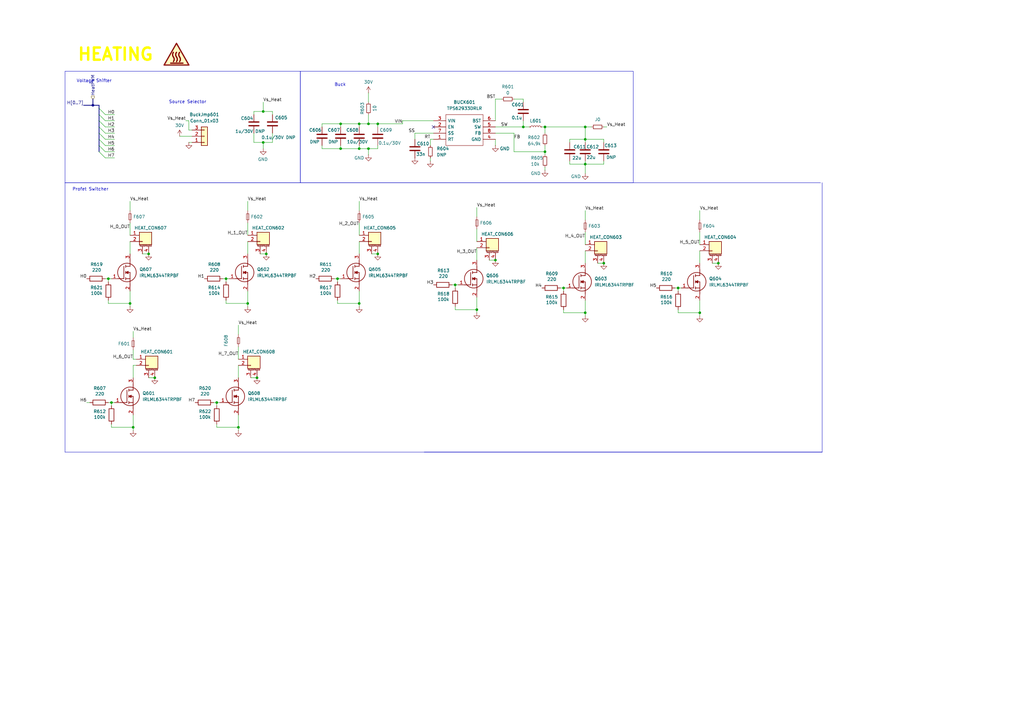
<source format=kicad_sch>
(kicad_sch (version 20231120) (generator "eeschema") (generator_version "8.0")
  (paper "A3")
  (junction (at 139.7 50.8))
  (junction (at 287.02 128.27))
  (junction (at 151.13 50.8))
  (junction (at 45.72 165.1))
  (junction (at 44.45 114.3))
  (junction (at 139.7 60.96))
  (junction (at 240.03 128.27))
  (junction (at 109.22 104.14))
  (junction (at 294.64 107.95))
  (junction (at 54.61 175.26))
  (junction (at 147.32 124.46))
  (junction (at 63.5 154.94))
  (junction (at 247.65 107.95))
  (junction (at 154.94 104.14))
  (junction (at 92.71 114.3))
  (junction (at 147.32 50.8))
  (junction (at 97.79 175.26))
  (junction (at 53.34 124.46))
  (junction (at 240.03 52.07))
  (junction (at 278.13 118.11))
  (junction (at 138.43 114.3))
  (junction (at 240.03 57.15))
  (junction (at 195.58 127))
  (junction (at 88.9 165.1))
  (junction (at 38.1 43.18))
  (junction (at 107.95 58.42))
  (junction (at 107.95 45.72))
  (junction (at 223.52 62.23))
  (junction (at 60.96 104.14))
  (junction (at 147.32 60.96))
  (junction (at 154.94 50.8))
  (junction (at 223.52 52.07))
  (junction (at 105.41 154.94))
  (junction (at 203.2 106.68))
  (junction (at 186.69 116.84))
  (junction (at 214.63 52.07))
  (junction (at 240.03 67.31))
  (junction (at 101.6 124.46))
  (junction (at 231.14 118.11))
  (junction (at 151.13 60.96))
  (no_connect (at 177.8 52.07))
  (bus_entry (at 43.18 52.07) (size -2.54 -2.54))
  (bus_entry (at 43.18 57.15) (size -2.54 -2.54))
  (bus_entry (at 43.18 59.69) (size -2.54 -2.54))
  (bus_entry (at 40.64 44.45) (size 2.54 2.54))
  (bus_entry (at 43.18 49.53) (size -2.54 -2.54))
  (bus_entry (at 43.18 64.77) (size -2.54 -2.54))
  (bus_entry (at 43.18 62.23) (size -2.54 -2.54))
  (bus_entry (at 43.18 54.61) (size -2.54 -2.54))
  (wire (pts (xy 63.5 154.94) (xy 60.96 154.94)))
  (wire (pts (xy 210.82 54.61) (xy 210.82 62.23)))
  (wire (pts (xy 147.32 59.69) (xy 147.32 60.96)))
  (wire (pts (xy 97.79 170.18) (xy 97.79 175.26)))
  (wire (pts (xy 78.74 55.88) (xy 73.66 55.88)))
  (wire (pts (xy 195.58 88.9) (xy 195.58 85.09)))
  (wire (pts (xy 107.95 58.42) (xy 104.14 58.42)))
  (wire (pts (xy 278.13 127) (xy 278.13 128.27)))
  (wire (pts (xy 276.86 118.11) (xy 278.13 118.11)))
  (wire (pts (xy 35.56 165.1) (xy 36.83 165.1)))
  (wire (pts (xy 229.87 118.11) (xy 231.14 118.11)))
  (wire (pts (xy 195.58 121.92) (xy 195.58 127)))
  (wire (pts (xy 231.14 118.11) (xy 232.41 118.11)))
  (wire (pts (xy 53.34 86.36) (xy 53.34 82.55)))
  (wire (pts (xy 240.03 123.19) (xy 240.03 128.27)))
  (wire (pts (xy 147.32 50.8) (xy 151.13 50.8)))
  (wire (pts (xy 248.92 52.07) (xy 247.65 52.07)))
  (wire (pts (xy 147.32 86.36) (xy 147.32 82.55)))
  (wire (pts (xy 132.08 60.96) (xy 132.08 59.69)))
  (wire (pts (xy 147.32 60.96) (xy 151.13 60.96)))
  (wire (pts (xy 88.9 165.1) (xy 90.17 165.1)))
  (wire (pts (xy 46.99 62.23) (xy 43.18 62.23)))
  (wire (pts (xy 54.61 149.86) (xy 55.88 149.86)))
  (wire (pts (xy 55.88 147.32) (xy 54.61 147.32)))
  (wire (pts (xy 101.6 119.38) (xy 101.6 124.46)))
  (bus (pts (xy 40.64 59.69) (xy 40.64 62.23)))
  (polyline (pts (xy 337.185 185.42) (xy 173.99 185.42)))
  (wire (pts (xy 151.13 60.96) (xy 151.13 63.5)))
  (wire (pts (xy 109.22 104.14) (xy 106.68 104.14)))
  (wire (pts (xy 278.13 118.11) (xy 278.13 119.38)))
  (wire (pts (xy 111.76 58.42) (xy 111.76 54.61)))
  (wire (pts (xy 203.2 40.64) (xy 205.74 40.64)))
  (wire (pts (xy 111.76 58.42) (xy 107.95 58.42)))
  (wire (pts (xy 92.71 114.3) (xy 93.98 114.3)))
  (wire (pts (xy 195.58 101.6) (xy 195.58 106.68)))
  (wire (pts (xy 214.63 52.07) (xy 214.63 49.53)))
  (wire (pts (xy 92.71 114.3) (xy 92.71 115.57)))
  (wire (pts (xy 154.94 50.8) (xy 165.1 50.8)))
  (wire (pts (xy 154.94 60.96) (xy 151.13 60.96)))
  (wire (pts (xy 223.52 59.69) (xy 223.52 62.23)))
  (wire (pts (xy 97.79 175.26) (xy 97.79 176.53)))
  (wire (pts (xy 147.32 124.46) (xy 147.32 125.73)))
  (wire (pts (xy 139.7 60.96) (xy 132.08 60.96)))
  (wire (pts (xy 44.45 123.19) (xy 44.45 124.46)))
  (wire (pts (xy 138.43 114.3) (xy 138.43 115.57)))
  (wire (pts (xy 53.34 99.06) (xy 53.34 104.14)))
  (wire (pts (xy 186.69 116.84) (xy 187.96 116.84)))
  (bus (pts (xy 38.1 43.18) (xy 38.1 40.64)))
  (wire (pts (xy 45.72 165.1) (xy 46.99 165.1)))
  (wire (pts (xy 195.58 93.98) (xy 195.58 99.06)))
  (wire (pts (xy 210.82 40.64) (xy 214.63 40.64)))
  (wire (pts (xy 186.69 116.84) (xy 186.69 118.11)))
  (wire (pts (xy 101.6 86.36) (xy 101.6 82.55)))
  (wire (pts (xy 53.34 124.46) (xy 53.34 125.73)))
  (wire (pts (xy 233.68 67.31) (xy 240.03 67.31)))
  (wire (pts (xy 139.7 60.96) (xy 139.7 59.69)))
  (wire (pts (xy 137.16 114.3) (xy 138.43 114.3)))
  (wire (pts (xy 176.53 59.69) (xy 176.53 57.15)))
  (wire (pts (xy 278.13 118.11) (xy 279.4 118.11)))
  (wire (pts (xy 44.45 114.3) (xy 45.72 114.3)))
  (wire (pts (xy 203.2 106.68) (xy 200.66 106.68)))
  (bus (pts (xy 40.64 57.15) (xy 40.64 59.69)))
  (wire (pts (xy 247.65 67.31) (xy 240.03 67.31)))
  (wire (pts (xy 53.34 119.38) (xy 53.34 124.46)))
  (wire (pts (xy 233.68 57.15) (xy 233.68 58.42)))
  (wire (pts (xy 203.2 54.61) (xy 210.82 54.61)))
  (wire (pts (xy 107.95 58.42) (xy 107.95 60.96)))
  (wire (pts (xy 151.13 38.1) (xy 151.13 41.91)))
  (wire (pts (xy 147.32 60.96) (xy 139.7 60.96)))
  (wire (pts (xy 214.63 40.64) (xy 214.63 41.91)))
  (wire (pts (xy 203.2 59.69) (xy 203.2 57.15)))
  (wire (pts (xy 45.72 173.99) (xy 45.72 175.26)))
  (wire (pts (xy 203.2 52.07) (xy 214.63 52.07)))
  (wire (pts (xy 45.72 165.1) (xy 45.72 166.37)))
  (wire (pts (xy 60.96 104.14) (xy 58.42 104.14)))
  (wire (pts (xy 132.08 50.8) (xy 139.7 50.8)))
  (wire (pts (xy 147.32 91.44) (xy 147.32 96.52)))
  (bus (pts (xy 40.64 54.61) (xy 40.64 57.15)))
  (wire (pts (xy 77.47 49.53) (xy 76.2 49.53)))
  (wire (pts (xy 92.71 123.19) (xy 92.71 124.46)))
  (wire (pts (xy 77.47 58.42) (xy 78.74 58.42)))
  (wire (pts (xy 54.61 170.18) (xy 54.61 175.26)))
  (wire (pts (xy 53.34 91.44) (xy 53.34 96.52)))
  (wire (pts (xy 87.63 165.1) (xy 88.9 165.1)))
  (wire (pts (xy 105.41 154.94) (xy 102.87 154.94)))
  (wire (pts (xy 97.79 149.86) (xy 97.79 154.94)))
  (wire (pts (xy 247.65 66.04) (xy 247.65 67.31)))
  (wire (pts (xy 287.02 90.17) (xy 287.02 86.36)))
  (wire (pts (xy 107.95 41.91) (xy 107.95 45.72)))
  (wire (pts (xy 231.14 127) (xy 231.14 128.27)))
  (wire (pts (xy 97.79 142.24) (xy 97.79 147.32)))
  (wire (pts (xy 165.1 49.53) (xy 177.8 49.53)))
  (wire (pts (xy 223.52 68.58) (xy 223.52 69.85)))
  (wire (pts (xy 101.6 91.44) (xy 101.6 96.52)))
  (wire (pts (xy 107.95 45.72) (xy 111.76 45.72)))
  (wire (pts (xy 240.03 95.25) (xy 240.03 100.33)))
  (wire (pts (xy 138.43 114.3) (xy 139.7 114.3)))
  (wire (pts (xy 54.61 147.32) (xy 54.61 143.51)))
  (wire (pts (xy 54.61 149.86) (xy 54.61 154.94)))
  (wire (pts (xy 176.53 64.77) (xy 176.53 66.04)))
  (wire (pts (xy 147.32 99.06) (xy 147.32 104.14)))
  (wire (pts (xy 101.6 124.46) (xy 101.6 125.73)))
  (wire (pts (xy 97.79 137.16) (xy 97.79 133.35)))
  (polyline (pts (xy 26.67 74.93) (xy 26.67 185.42)))
  (wire (pts (xy 247.65 58.42) (xy 247.65 57.15)))
  (bus (pts (xy 40.64 43.18) (xy 38.1 43.18)))
  (wire (pts (xy 111.76 45.72) (xy 111.76 46.99)))
  (wire (pts (xy 242.57 52.07) (xy 240.03 52.07)))
  (wire (pts (xy 185.42 116.84) (xy 186.69 116.84)))
  (wire (pts (xy 294.64 107.95) (xy 292.1 107.95)))
  (wire (pts (xy 154.94 104.14) (xy 152.4 104.14)))
  (wire (pts (xy 88.9 173.99) (xy 88.9 175.26)))
  (bus (pts (xy 40.64 49.53) (xy 40.64 52.07)))
  (polyline (pts (xy 337.185 185.42) (xy 337.185 74.93)))
  (wire (pts (xy 43.18 114.3) (xy 44.45 114.3)))
  (wire (pts (xy 231.14 128.27) (xy 240.03 128.27)))
  (wire (pts (xy 139.7 50.8) (xy 139.7 52.07)))
  (wire (pts (xy 54.61 175.26) (xy 54.61 176.53)))
  (wire (pts (xy 170.18 57.15) (xy 170.18 54.61)))
  (wire (pts (xy 77.47 49.53) (xy 77.47 53.34)))
  (wire (pts (xy 132.08 52.07) (xy 132.08 50.8)))
  (wire (pts (xy 44.45 124.46) (xy 53.34 124.46)))
  (wire (pts (xy 231.14 118.11) (xy 231.14 119.38)))
  (bus (pts (xy 40.64 43.18) (xy 40.64 44.45)))
  (wire (pts (xy 139.7 50.8) (xy 147.32 50.8)))
  (wire (pts (xy 165.1 49.53) (xy 165.1 50.8)))
  (wire (pts (xy 240.03 52.07) (xy 240.03 57.15)))
  (wire (pts (xy 77.47 53.34) (xy 78.74 53.34)))
  (wire (pts (xy 247.65 107.95) (xy 245.11 107.95)))
  (wire (pts (xy 287.02 123.19) (xy 287.02 128.27)))
  (wire (pts (xy 46.99 49.53) (xy 43.18 49.53)))
  (wire (pts (xy 151.13 46.99) (xy 151.13 50.8)))
  (wire (pts (xy 45.72 175.26) (xy 54.61 175.26)))
  (wire (pts (xy 287.02 128.27) (xy 287.02 129.54)))
  (wire (pts (xy 104.14 46.99) (xy 104.14 45.72)))
  (polyline (pts (xy 26.67 74.93) (xy 336.55 74.93)))
  (wire (pts (xy 247.65 57.15) (xy 240.03 57.15)))
  (wire (pts (xy 240.03 67.31) (xy 240.03 71.12)))
  (wire (pts (xy 154.94 50.8) (xy 154.94 52.07)))
  (wire (pts (xy 223.52 62.23) (xy 223.52 63.5)))
  (bus (pts (xy 40.64 44.45) (xy 40.64 46.99)))
  (wire (pts (xy 176.53 57.15) (xy 177.8 57.15)))
  (wire (pts (xy 147.32 119.38) (xy 147.32 124.46)))
  (wire (pts (xy 287.02 102.87) (xy 287.02 107.95)))
  (wire (pts (xy 223.52 52.07) (xy 223.52 54.61)))
  (wire (pts (xy 101.6 99.06) (xy 101.6 104.14)))
  (wire (pts (xy 104.14 45.72) (xy 107.95 45.72)))
  (wire (pts (xy 138.43 124.46) (xy 147.32 124.46)))
  (wire (pts (xy 240.03 67.31) (xy 240.03 66.04)))
  (wire (pts (xy 240.03 90.17) (xy 240.03 86.36)))
  (polyline (pts (xy 26.67 185.42) (xy 337.185 185.42)))
  (wire (pts (xy 203.2 49.53) (xy 203.2 40.64)))
  (wire (pts (xy 222.25 52.07) (xy 223.52 52.07)))
  (wire (pts (xy 151.13 50.8) (xy 154.94 50.8)))
  (wire (pts (xy 186.69 125.73) (xy 186.69 127)))
  (wire (pts (xy 46.99 59.69) (xy 43.18 59.69)))
  (wire (pts (xy 88.9 165.1) (xy 88.9 166.37)))
  (wire (pts (xy 223.52 52.07) (xy 240.03 52.07)))
  (wire (pts (xy 170.18 54.61) (xy 177.8 54.61)))
  (wire (pts (xy 186.69 127) (xy 195.58 127)))
  (wire (pts (xy 44.45 165.1) (xy 45.72 165.1)))
  (wire (pts (xy 43.18 46.99) (xy 46.99 46.99)))
  (wire (pts (xy 46.99 52.07) (xy 43.18 52.07)))
  (wire (pts (xy 217.17 52.07) (xy 214.63 52.07)))
  (wire (pts (xy 287.02 95.25) (xy 287.02 100.33)))
  (wire (pts (xy 240.03 102.87) (xy 240.03 107.95)))
  (wire (pts (xy 54.61 135.89) (xy 54.61 138.43)))
  (wire (pts (xy 233.68 67.31) (xy 233.68 66.04)))
  (wire (pts (xy 154.94 59.69) (xy 154.94 60.96)))
  (wire (pts (xy 92.71 124.46) (xy 101.6 124.46)))
  (wire (pts (xy 278.13 128.27) (xy 287.02 128.27)))
  (bus (pts (xy 40.64 46.99) (xy 40.64 49.53)))
  (bus (pts (xy 40.64 54.61) (xy 40.64 52.07)))
  (wire (pts (xy 147.32 52.07) (xy 147.32 50.8)))
  (wire (pts (xy 43.18 64.77) (xy 46.99 64.77)))
  (wire (pts (xy 91.44 114.3) (xy 92.71 114.3)))
  (bus (pts (xy 34.29 43.18) (xy 38.1 43.18)))
  (wire (pts (xy 240.03 57.15) (xy 233.68 57.15)))
  (wire (pts (xy 195.58 127) (xy 195.58 128.27)))
  (wire (pts (xy 46.99 57.15) (xy 43.18 57.15)))
  (wire (pts (xy 44.45 114.3) (xy 44.45 115.57)))
  (wire (pts (xy 210.82 62.23) (xy 223.52 62.23)))
  (wire (pts (xy 88.9 175.26) (xy 97.79 175.26)))
  (wire (pts (xy 46.99 54.61) (xy 43.18 54.61)))
  (wire (pts (xy 240.03 128.27) (xy 240.03 129.54)))
  (wire (pts (xy 240.03 57.15) (xy 240.03 58.42)))
  (wire (pts (xy 138.43 123.19) (xy 138.43 124.46)))
  (wire (pts (xy 104.14 58.42) (xy 104.14 54.61)))
  (rectangle (start 123.19 29.21) (end 259.715 74.93))
  (rectangle (start 26.67 29.21) (end 123.19 74.93))
  (text "Voltage Shifter" (at 38.608 33.274 0) (effects (font (size 1.27 1.27))))
  (text "Buck" (at 137.16 35.56 0) (effects (font (size 1.27 1.27)) (justify left bottom)))
  (text "Profet Switcher" (at 37.084 77.724 0) (effects (font (size 1.27 1.27))))
  (text "Source Selector" (at 76.962 41.91 0) (effects (font (size 1.27 1.27))))
  (text "HEATING" (at 63.246 25.4 0) (effects (font (size 5 5) (thickness 1) (bold yes)) (justify right bottom)))
  (label "H[0..7]" (at 34.29 43.18 180))
  (label "H2" (at 46.99 52.07 180))
  (label "VIN" (at 165.1 50.8 180))
  (label "Vs_Heat" (at 248.92 52.07 0))
  (label "Vs_Heat" (at 107.95 41.91 0))
  (label "Vs_Heat" (at 287.02 86.36 0))
  (label "Vs_Heat" (at 240.03 86.36 0))
  (label "RT" (at 176.53 57.15 180))
  (label "Vs_Heat" (at 97.79 133.35 0))
  (label "BST" (at 203.2 40.64 180))
  (label "Vs_Heat" (at 54.61 135.89 0))
  (label "SW" (at 208.28 52.07 180))
  (label "H_3_OUT" (at 195.58 104.14 180))
  (label "H_5_OUT" (at 287.02 100.33 180))
  (label "Vs_Heat" (at 101.6 82.55 0))
  (label "H1" (at 46.99 49.53 180))
  (label "H_4_OUT" (at 240.03 97.79 180))
  (label "SS" (at 170.18 54.61 180))
  (label "H_6_OUT" (at 54.61 147.32 180))
  (label "Vs_Heat" (at 195.58 85.09 0))
  (label "H4" (at 222.25 118.11 180))
  (label "Vs_Heat" (at 76.2 49.53 180))
  (label "H6" (at 35.56 165.1 180))
  (label "H5" (at 269.24 118.11 180))
  (label "H5" (at 46.99 59.69 180))
  (label "H_2_OUT" (at 147.32 92.71 180))
  (label "H1" (at 83.82 114.3 180))
  (label "H_0_OUT" (at 53.34 93.98 180))
  (label "H3" (at 46.99 54.61 180))
  (label "H3" (at 177.8 116.84 180))
  (label "H6" (at 46.99 62.23 180))
  (label "H7" (at 46.99 64.77 180))
  (label "Vs_Heat" (at 147.32 82.55 0))
  (label "H2" (at 129.54 114.3 180))
  (label "H_7_OUT" (at 97.79 146.05 180))
  (label "FB" (at 210.82 57.15 0))
  (label "H7" (at 80.01 165.1 180))
  (label "Vs_Heat" (at 53.34 82.55 0))
  (label "H0" (at 35.56 114.3 180))
  (label "H4" (at 46.99 57.15 180))
  (label "H0" (at 46.99 46.99 180))
  (label "H_1_OUT" (at 101.6 96.52 180))
  (hierarchical_label "HeatPWM" (shape input) (at 38.1 40.64 90))
  (symbol (lib_id "SymbolsBalloonv4:R_Small") (at 245.11 52.07 270) (unit 1)
    (property "Reference" "J0" (at 245.11 49.022 90))
    (property "Value" "0" (effects (hide yes)))
    (property "Footprint" "Resistor_SMD:R_0603_1608Metric_Pad0.98x0.95mm_HandSolder" (effects (hide yes)))
    (property "Description" "Resistor, small symbol" (effects (hide yes)))
  )
  (symbol (lib_id "SymbolsBalloonv4:Fuse_Small") (at 195.58 91.44 270) (unit 1)
    (property "Reference" "F606" (at 196.85 91.4399 90) (effects (justify left)))
    (property "Value" "MF-FSML100_8-2" (effects (hide yes)))
    (property "Footprint" "SamacSys_Parts:FUSC1608X70N" (effects (hide yes)))
    (property "Description" "Fuse, small symbol" (effects (hide yes)))
    (property "Height" "0.7" (effects (hide yes)))
    (property "Mouser Part Number" "652-MF-FSML100/8-2" (effects (hide yes)))
    (property "Mouser Price/Stock" "https://www.mouser.co.uk/ProductDetail/Bourns/MF-FSML100-8-2?qs=EBDBlbfErPzIwKpEUXHByQ%3D%3D" (effects (hide yes)))
    (property "Manufacturer_Name" "Bourns" (effects (hide yes)))
    (property "Manufacturer_Part_Number" "MF-FSML100/8-2" (effects (hide yes)))
  )
  (symbol (lib_id "SymbolsBalloonv4:GND") (at 60.96 104.14 0) (mirror y) (unit 1)
    (property "Reference" "#PWR0627" (effects (hide yes)))
    (property "Value" "GND" (effects (hide yes)))
    (property "Description" "Power symbol creates a global label with name \"GND\" , ground" (effects (hide yes)))
  )
  (symbol (lib_id "SymbolsBalloonv4:GND") (at 247.65 107.95 0) (mirror y) (unit 1)
    (property "Reference" "#PWR0617" (effects (hide yes)))
    (property "Value" "GND" (effects (hide yes)))
    (property "Description" "Power symbol creates a global label with name \"GND\" , ground" (effects (hide yes)))
  )
  (symbol (lib_id "SymbolsBalloonv4:GND") (at 154.94 104.14 0) (mirror y) (unit 1)
    (property "Reference" "#PWR0619" (effects (hide yes)))
    (property "Value" "GND" (effects (hide yes)))
    (property "Description" "Power symbol creates a global label with name \"GND\" , ground" (effects (hide yes)))
  )
  (symbol (lib_id "SymbolsBalloonv4:GND") (at 63.5 154.94 0) (mirror y) (unit 1)
    (property "Reference" "#PWR0615" (effects (hide yes)))
    (property "Value" "GND" (effects (hide yes)))
    (property "Description" "Power symbol creates a global label with name \"GND\" , ground" (effects (hide yes)))
  )
  (symbol (lib_id "SymbolsBalloonv4:GND") (at 101.6 125.73 0) (mirror y) (unit 1)
    (property "Reference" "#PWR0622" (effects (hide yes)))
    (property "Value" "GND" (effects (hide yes)))
    (property "Description" "Power symbol creates a global label with name \"GND\" , ground" (effects (hide yes)))
  )
  (symbol (lib_id "SymbolsBalloonv4:R_Small") (at 176.53 62.23 0) (unit 1)
    (property "Reference" "R604" (at 179.07 60.9599 0) (effects (justify left)))
    (property "Value" "DNP" (at 179.07 63.4999 0) (effects (justify left)))
    (property "Footprint" "Resistor_SMD:R_0603_1608Metric_Pad0.98x0.95mm_HandSolder" (effects (hide yes)))
    (property "Description" "Resistor, small symbol" (effects (hide yes)))
  )
  (symbol (lib_name "Conn_01x02_MountingPin_1") (lib_id "Connector_Generic_MountingPin:Conn_01x02_MountingPin") (at 245.11 100.33 0) (unit 1)
    (property "Reference" "HEAT_CON603" (at 241.808 97.282 0) (effects (justify left)))
    (property "Value" "502352-0200" (effects (hide yes)))
    (property "Footprint" "SamacSys_Parts:5023520200" (effects (hide yes)))
    (property "Description" "Generic connectable mounting pin connector, single row, 01x02, script generated (kicad-library-utils/schlib/autogen/connector/)" (effects (hide yes)))
    (property "Mouser Part Number" "538-502352-0200" (effects (hide yes)))
    (property "Mouser Price/Stock" "https://www.mouser.co.uk/ProductDetail/Molex/502352-0200?qs=cPOO8qjhL6OPJnOOkJoW%252Bw%3D%3D" (effects (hide yes)))
    (property "Manufacturer_Name" "Molex" (effects (hide yes)))
    (property "Manufacturer_Part_Number" "502352-0200" (effects (hide yes)))
  )
  (symbol (lib_id "SymbolsBalloonv4:GND") (at 294.64 107.95 0) (mirror y) (unit 1)
    (property "Reference" "#PWR0618" (effects (hide yes)))
    (property "Value" "GND" (effects (hide yes)))
    (property "Description" "Power symbol creates a global label with name \"GND\" , ground" (effects (hide yes)))
  )
  (symbol (lib_id "SymbolsBalloonv4:GND") (at 151.13 63.5 0) (unit 1)
    (property "Reference" "#PWR0608" (effects (hide yes)))
    (property "Value" "GND" (at 147.32 64.77 0))
    (property "Description" "Power symbol creates a global label with name \"GND\" , ground" (effects (hide yes)))
  )
  (symbol (lib_id "SymbolsBalloonv4:C") (at 132.08 55.88 180) (unit 1)
    (property "Reference" "C606" (at 126.746 53.34 0) (effects (justify right)))
    (property "Value" "DNP" (at 127 58.1661 0) (effects (justify right)))
    (property "Footprint" "Capacitor_SMD:C_0805_2012Metric_Pad1.18x1.45mm_HandSolder" (effects (hide yes)))
    (property "Description" "Unpolarized capacitor" (effects (hide yes)))
  )
  (symbol (lib_id "SymbolsBalloonv4:C") (at 214.63 45.72 180) (unit 1)
    (property "Reference" "C601" (at 209.804 42.926 0) (effects (justify right)))
    (property "Value" "0.1u" (at 209.804 48.26 0) (effects (justify right)))
    (property "Footprint" "Capacitor_SMD:C_0402_1005Metric_Pad0.74x0.62mm_HandSolder" (effects (hide yes)))
    (property "Description" "Unpolarized capacitor" (effects (hide yes)))
  )
  (symbol (lib_id "SymbolsBalloonv4:+28V") (at 151.13 38.1 0) (unit 1)
    (property "Reference" "#PWR0601" (effects (hide yes)))
    (property "Value" "30V" (at 151.13 33.655 0))
    (property "Description" "Power symbol creates a global label with name \"+28V\"" (effects (hide yes)))
  )
  (symbol (lib_id "SymbolsBalloonv4:GND") (at 203.2 106.68 0) (mirror y) (unit 1)
    (property "Reference" "#PWR0620" (effects (hide yes)))
    (property "Value" "GND" (effects (hide yes)))
    (property "Description" "Power symbol creates a global label with name \"GND\" , ground" (effects (hide yes)))
  )
  (symbol (lib_id "SymbolsBalloonv4:R_Small") (at 223.52 57.15 180) (unit 1)
    (property "Reference" "R602" (at 216.408 56.388 0) (effects (justify right)))
    (property "Value" "64.9k" (at 216.408 58.928 0) (effects (justify right)))
    (property "Footprint" "Resistor_SMD:R_0603_1608Metric_Pad0.98x0.95mm_HandSolder" (effects (hide yes)))
    (property "Description" "Resistor, small symbol" (effects (hide yes)))
  )
  (symbol (lib_id "SamacSys_Parts:IRLML6344TRPBF") (at 93.98 114.3 0) (unit 1)
    (property "Reference" "Q602" (at 105.41 110.4899 0) (effects (justify left)))
    (property "Value" "IRLML6344TRPBF" (at 105.41 113.0299 0) (effects (justify left)))
    (property "Footprint" "SOT95P237X112-3N" (effects (hide yes)))
    (property "Datasheet" "https://www.infineon.com/dgdl/irlml6344pbf.pdf?fileId=5546d462533600a4015356689c44262c" (effects (hide yes)))
    (property "Description" "IRLML6344TRPBF N-channel MOSFET Transistor, 5 A, 30 V, 3-Pin SOT-23" (effects (hide yes)))
    (property "Height" "1.12" (effects (hide yes)))
    (property "Mouser Part Number" "942-IRLML6344TRPBF" (effects (hide yes)))
    (property "Mouser Price/Stock" "https://www.mouser.co.uk/ProductDetail/Infineon-Technologies/IRLML6344TRPBF?qs=9%252BKlkBgLFf2w4qS48UOXVw%3D%3D" (effects (hide yes)))
    (property "Manufacturer_Name" "Infineon" (effects (hide yes)))
    (property "Manufacturer_Part_Number" "IRLML6344TRPBF" (effects (hide yes)))
  )
  (symbol (lib_id "SymbolsBalloonv4:C") (at 104.14 50.8 180) (unit 1)
    (property "Reference" "C604" (at 103.886 48.514 0) (effects (justify left)))
    (property "Value" "1u/30V DNP" (at 108.712 53.848 0) (effects (justify left)))
    (property "Footprint" "Capacitor_SMD:C_0805_2012Metric_Pad1.18x1.45mm_HandSolder" (effects (hide yes)))
    (property "Description" "Unpolarized capacitor" (effects (hide yes)))
  )
  (symbol (lib_id "SymbolsBalloonv4:R") (at 83.82 165.1 90) (unit 1)
    (property "Reference" "R620" (at 84.074 159.2326 90))
    (property "Value" "220" (at 84.074 161.544 90))
    (property "Footprint" "Resistor_SMD:R_0603_1608Metric_Pad0.98x0.95mm_HandSolder" (effects (hide yes)))
    (property "Description" "Resistor" (effects (hide yes)))
  )
  (symbol (lib_id "SymbolsBalloonv4:GND") (at 170.18 64.77 0) (unit 1)
    (property "Reference" "#PWR0609" (effects (hide yes)))
    (property "Value" "GND" (effects (hide yes)))
    (property "Description" "Power symbol creates a global label with name \"GND\" , ground" (effects (hide yes)))
  )
  (symbol (lib_id "SymbolsBalloonv4:C") (at 139.7 55.88 180) (unit 1)
    (property "Reference" "C607" (at 134.366 53.34 0) (effects (justify right)))
    (property "Value" "DNP" (at 134.62 58.1661 0) (effects (justify right)))
    (property "Footprint" "Capacitor_SMD:C_0805_2012Metric_Pad1.18x1.45mm_HandSolder" (effects (hide yes)))
    (property "Description" "Unpolarized capacitor" (effects (hide yes)))
  )
  (symbol (lib_id "SymbolsBalloonv4:GND") (at 195.58 128.27 0) (mirror y) (unit 1)
    (property "Reference" "#PWR0626" (effects (hide yes)))
    (property "Value" "GND" (effects (hide yes)))
    (property "Description" "Power symbol creates a global label with name \"GND\" , ground" (effects (hide yes)))
  )
  (symbol (lib_name "Conn_01x02_MountingPin_1") (lib_id "Connector_Generic_MountingPin:Conn_01x02_MountingPin") (at 58.42 96.52 0) (unit 1)
    (property "Reference" "HEAT_CON607" (at 55.118 93.472 0) (effects (justify left)))
    (property "Value" "502352-0200" (effects (hide yes)))
    (property "Footprint" "SamacSys_Parts:5023520200" (effects (hide yes)))
    (property "Description" "Generic connectable mounting pin connector, single row, 01x02, script generated (kicad-library-utils/schlib/autogen/connector/)" (effects (hide yes)))
    (property "Mouser Part Number" "538-502352-0200" (effects (hide yes)))
    (property "Mouser Price/Stock" "https://www.mouser.co.uk/ProductDetail/Molex/502352-0200?qs=cPOO8qjhL6OPJnOOkJoW%252Bw%3D%3D" (effects (hide yes)))
    (property "Manufacturer_Name" "Molex" (effects (hide yes)))
    (property "Manufacturer_Part_Number" "502352-0200" (effects (hide yes)))
  )
  (symbol (lib_name "Conn_01x02_MountingPin_1") (lib_id "Connector_Generic_MountingPin:Conn_01x02_MountingPin") (at 292.1 100.33 0) (unit 1)
    (property "Reference" "HEAT_CON604" (at 288.798 97.282 0) (effects (justify left)))
    (property "Value" "502352-0200" (effects (hide yes)))
    (property "Footprint" "SamacSys_Parts:5023520200" (effects (hide yes)))
    (property "Description" "Generic connectable mounting pin connector, single row, 01x02, script generated (kicad-library-utils/schlib/autogen/connector/)" (effects (hide yes)))
    (property "Mouser Part Number" "538-502352-0200" (effects (hide yes)))
    (property "Mouser Price/Stock" "https://www.mouser.co.uk/ProductDetail/Molex/502352-0200?qs=cPOO8qjhL6OPJnOOkJoW%252Bw%3D%3D" (effects (hide yes)))
    (property "Manufacturer_Name" "Molex" (effects (hide yes)))
    (property "Manufacturer_Part_Number" "502352-0200" (effects (hide yes)))
  )
  (symbol (lib_id "SymbolsBalloonv4:GND") (at 77.47 58.42 0) (mirror y) (unit 1)
    (property "Reference" "#PWR0606" (effects (hide yes)))
    (property "Value" "GND" (effects (hide yes)))
    (property "Description" "Power symbol creates a global label with name \"GND\" , ground" (effects (hide yes)))
  )
  (symbol (lib_id "SymbolsBalloonv4:GND") (at 176.53 66.04 0) (unit 1)
    (property "Reference" "#PWR0610" (effects (hide yes)))
    (property "Value" "GND" (effects (hide yes)))
    (property "Description" "Power symbol creates a global label with name \"GND\" , ground" (effects (hide yes)))
  )
  (symbol (lib_id "SymbolsBalloonv4:GND") (at 97.79 176.53 0) (mirror y) (unit 1)
    (property "Reference" "#PWR0630" (effects (hide yes)))
    (property "Value" "GND" (effects (hide yes)))
    (property "Description" "Power symbol creates a global label with name \"GND\" , ground" (effects (hide yes)))
  )
  (symbol (lib_id "SamacSys_Parts:IRLML6344TRPBF") (at 232.41 118.11 0) (unit 1)
    (property "Reference" "Q603" (at 243.84 114.2999 0) (effects (justify left)))
    (property "Value" "IRLML6344TRPBF" (at 243.84 116.8399 0) (effects (justify left)))
    (property "Footprint" "SOT95P237X112-3N" (effects (hide yes)))
    (property "Datasheet" "https://www.infineon.com/dgdl/irlml6344pbf.pdf?fileId=5546d462533600a4015356689c44262c" (effects (hide yes)))
    (property "Description" "IRLML6344TRPBF N-channel MOSFET Transistor, 5 A, 30 V, 3-Pin SOT-23" (effects (hide yes)))
    (property "Height" "1.12" (effects (hide yes)))
    (property "Mouser Part Number" "942-IRLML6344TRPBF" (effects (hide yes)))
    (property "Mouser Price/Stock" "https://www.mouser.co.uk/ProductDetail/Infineon-Technologies/IRLML6344TRPBF?qs=9%252BKlkBgLFf2w4qS48UOXVw%3D%3D" (effects (hide yes)))
    (property "Manufacturer_Name" "Infineon" (effects (hide yes)))
    (property "Manufacturer_Part_Number" "IRLML6344TRPBF" (effects (hide yes)))
  )
  (symbol (lib_id "SymbolsBalloonv4:C") (at 247.65 62.23 0) (mirror x) (unit 1)
    (property "Reference" "C613" (at 252.984 59.69 0) (effects (justify right)))
    (property "Value" "DNP" (at 252.73 64.5161 0) (effects (justify right)))
    (property "Footprint" "Capacitor_SMD:C_0805_2012Metric_Pad1.18x1.45mm_HandSolder" (effects (hide yes)))
    (property "Description" "Unpolarized capacitor" (effects (hide yes)))
  )
  (symbol (lib_id "SymbolsBalloonv4:R") (at 44.45 119.38 180) (unit 1)
    (property "Reference" "R621" (at 39.624 117.9576 0))
    (property "Value" "100k" (at 39.624 120.269 0))
    (property "Footprint" "Resistor_SMD:R_0603_1608Metric_Pad0.98x0.95mm_HandSolder" (effects (hide yes)))
    (property "Description" "Resistor" (effects (hide yes)))
  )
  (symbol (lib_id "SymbolsBalloonv4:C") (at 154.94 55.88 180) (unit 1)
    (property "Reference" "C609" (at 155.702 53.34 0) (effects (justify right)))
    (property "Value" "0.1u/30V" (at 155.194 58.674 0) (effects (justify right)))
    (property "Footprint" "Capacitor_SMD:C_0402_1005Metric_Pad0.74x0.62mm_HandSolder" (effects (hide yes)))
    (property "Description" "Unpolarized capacitor" (effects (hide yes)))
  )
  (symbol (lib_id "SymbolsBalloonv4:R") (at 186.69 121.92 180) (unit 1)
    (property "Reference" "R618" (at 181.864 120.4976 0))
    (property "Value" "100k" (at 181.864 122.809 0))
    (property "Footprint" "Resistor_SMD:R_0603_1608Metric_Pad0.98x0.95mm_HandSolder" (effects (hide yes)))
    (property "Description" "Resistor" (effects (hide yes)))
  )
  (symbol (lib_id "SymbolsBalloonv4:R_Small") (at 208.28 40.64 90) (unit 1)
    (property "Reference" "R601" (at 208.28 35.56 90))
    (property "Value" "0" (at 208.28 38.1 90))
    (property "Footprint" "Resistor_SMD:R_0603_1608Metric_Pad0.98x0.95mm_HandSolder" (effects (hide yes)))
    (property "Description" "Resistor, small symbol" (effects (hide yes)))
  )
  (symbol (lib_id "SymbolsBalloonv4:GND") (at 287.02 129.54 0) (mirror y) (unit 1)
    (property "Reference" "#PWR0624" (effects (hide yes)))
    (property "Value" "GND" (effects (hide yes)))
    (property "Description" "Power symbol creates a global label with name \"GND\" , ground" (effects (hide yes)))
  )
  (symbol (lib_id "SymbolsBalloonv4:Conn_01x03") (at 83.82 55.88 0) (mirror x) (unit 1)
    (property "Reference" "BuckJmp601" (at 83.82 46.99 0))
    (property "Value" "Conn_01x03" (at 83.82 49.53 0))
    (property "Footprint" "Connector_PinHeader_2.54mm:PinHeader_1x03_P2.54mm_Vertical" (effects (hide yes)))
    (property "Description" "Generic connector, single row, 01x03, script generated (kicad-library-utils/schlib/autogen/connector/)" (effects (hide yes)))
  )
  (symbol (lib_id "SymbolsBalloonv4:GND") (at 53.34 125.73 0) (mirror y) (unit 1)
    (property "Reference" "#PWR0629" (effects (hide yes)))
    (property "Value" "GND" (effects (hide yes)))
    (property "Description" "Power symbol creates a global label with name \"GND\" , ground" (effects (hide yes)))
  )
  (symbol (lib_id "SymbolsBalloonv4:GND") (at 54.61 176.53 0) (mirror y) (unit 1)
    (property "Reference" "#PWR0621" (effects (hide yes)))
    (property "Value" "GND" (effects (hide yes)))
    (property "Description" "Power symbol creates a global label with name \"GND\" , ground" (effects (hide yes)))
  )
  (symbol (lib_id "SymbolsBalloonv4:R") (at 40.64 165.1 90) (unit 1)
    (property "Reference" "R607" (at 40.894 159.2326 90))
    (property "Value" "220" (at 40.894 161.544 90))
    (property "Footprint" "Resistor_SMD:R_0603_1608Metric_Pad0.98x0.95mm_HandSolder" (effects (hide yes)))
    (property "Description" "Resistor" (effects (hide yes)))
  )
  (symbol (lib_id "SymbolsBalloonv4:Fuse_Small") (at 287.02 92.71 270) (unit 1)
    (property "Reference" "F604" (at 288.29 92.7099 90) (effects (justify left)))
    (property "Value" "MF-FSML100_8-2" (effects (hide yes)))
    (property "Footprint" "SamacSys_Parts:FUSC1608X70N" (effects (hide yes)))
    (property "Description" "Fuse, small symbol" (effects (hide yes)))
    (property "Height" "0.7" (effects (hide yes)))
    (property "Mouser Part Number" "652-MF-FSML100/8-2" (effects (hide yes)))
    (property "Mouser Price/Stock" "https://www.mouser.co.uk/ProductDetail/Bourns/MF-FSML100-8-2?qs=EBDBlbfErPzIwKpEUXHByQ%3D%3D" (effects (hide yes)))
    (property "Manufacturer_Name" "Bourns" (effects (hide yes)))
    (property "Manufacturer_Part_Number" "MF-FSML100/8-2" (effects (hide yes)))
  )
  (symbol (lib_id "SamacSys_Parts:IRLML6344TRPBF") (at 187.96 116.84 0) (unit 1)
    (property "Reference" "Q606" (at 199.39 113.0299 0) (effects (justify left)))
    (property "Value" "IRLML6344TRPBF" (at 199.39 115.5699 0) (effects (justify left)))
    (property "Footprint" "SOT95P237X112-3N" (effects (hide yes)))
    (property "Datasheet" "https://www.infineon.com/dgdl/irlml6344pbf.pdf?fileId=5546d462533600a4015356689c44262c" (effects (hide yes)))
    (property "Description" "IRLML6344TRPBF N-channel MOSFET Transistor, 5 A, 30 V, 3-Pin SOT-23" (effects (hide yes)))
    (property "Height" "1.12" (effects (hide yes)))
    (property "Mouser Part Number" "942-IRLML6344TRPBF" (effects (hide yes)))
    (property "Mouser Price/Stock" "https://www.mouser.co.uk/ProductDetail/Infineon-Technologies/IRLML6344TRPBF?qs=9%252BKlkBgLFf2w4qS48UOXVw%3D%3D" (effects (hide yes)))
    (property "Manufacturer_Name" "Infineon" (effects (hide yes)))
    (property "Manufacturer_Part_Number" "IRLML6344TRPBF" (effects (hide yes)))
  )
  (symbol (lib_id "SymbolsBalloonv4:R") (at 231.14 123.19 180) (unit 1)
    (property "Reference" "R615" (at 226.314 121.7676 0))
    (property "Value" "100k" (at 226.314 124.079 0))
    (property "Footprint" "Resistor_SMD:R_0603_1608Metric_Pad0.98x0.95mm_HandSolder" (effects (hide yes)))
    (property "Description" "Resistor" (effects (hide yes)))
  )
  (symbol (lib_id "SymbolsBalloonv4:C") (at 233.68 62.23 180) (unit 1)
    (property "Reference" "C611" (at 235.204 60.198 0) (effects (justify right)))
    (property "Value" "22u" (at 234.696 64.77 0) (effects (justify right)))
    (property "Footprint" "Capacitor_SMD:C_0805_2012Metric_Pad1.18x1.45mm_HandSolder" (effects (hide yes)))
    (property "Description" "Unpolarized capacitor" (effects (hide yes)))
  )
  (symbol (lib_id "SamacSys_Parts:IRLML6344TRPBF") (at 45.72 114.3 0) (unit 1)
    (property "Reference" "Q607" (at 57.15 110.4899 0) (effects (justify left)))
    (property "Value" "IRLML6344TRPBF" (at 57.15 113.0299 0) (effects (justify left)))
    (property "Footprint" "SOT95P237X112-3N" (effects (hide yes)))
    (property "Datasheet" "https://www.infineon.com/dgdl/irlml6344pbf.pdf?fileId=5546d462533600a4015356689c44262c" (effects (hide yes)))
    (property "Description" "IRLML6344TRPBF N-channel MOSFET Transistor, 5 A, 30 V, 3-Pin SOT-23" (effects (hide yes)))
    (property "Height" "1.12" (effects (hide yes)))
    (property "Mouser Part Number" "942-IRLML6344TRPBF" (effects (hide yes)))
    (property "Mouser Price/Stock" "https://www.mouser.co.uk/ProductDetail/Infineon-Technologies/IRLML6344TRPBF?qs=9%252BKlkBgLFf2w4qS48UOXVw%3D%3D" (effects (hide yes)))
    (property "Manufacturer_Name" "Infineon" (effects (hide yes)))
    (property "Manufacturer_Part_Number" "IRLML6344TRPBF" (effects (hide yes)))
  )
  (symbol (lib_id "SymbolsBalloonv4:+28V") (at 73.66 55.88 0) (mirror y) (unit 1)
    (property "Reference" "#PWR0604" (effects (hide yes)))
    (property "Value" "30V" (at 73.66 51.435 0))
    (property "Description" "Power symbol creates a global label with name \"+28V\"" (effects (hide yes)))
  )
  (symbol (lib_name "Conn_01x02_MountingPin_1") (lib_id "Connector_Generic_MountingPin:Conn_01x02_MountingPin") (at 106.68 96.52 0) (unit 1)
    (property "Reference" "HEAT_CON602" (at 103.378 93.472 0) (effects (justify left)))
    (property "Value" "502352-0200" (effects (hide yes)))
    (property "Footprint" "SamacSys_Parts:5023520200" (effects (hide yes)))
    (property "Description" "Generic connectable mounting pin connector, single row, 01x02, script generated (kicad-library-utils/schlib/autogen/connector/)" (effects (hide yes)))
    (property "Mouser Part Number" "538-502352-0200" (effects (hide yes)))
    (property "Mouser Price/Stock" "https://www.mouser.co.uk/ProductDetail/Molex/502352-0200?qs=cPOO8qjhL6OPJnOOkJoW%252Bw%3D%3D" (effects (hide yes)))
    (property "Manufacturer_Name" "Molex" (effects (hide yes)))
    (property "Manufacturer_Part_Number" "502352-0200" (effects (hide yes)))
  )
  (symbol (lib_id "SymbolsBalloonv4:R") (at 226.06 118.11 90) (unit 1)
    (property "Reference" "R609" (at 226.314 112.2426 90))
    (property "Value" "220" (at 226.314 114.554 90))
    (property "Footprint" "Resistor_SMD:R_0603_1608Metric_Pad0.98x0.95mm_HandSolder" (effects (hide yes)))
    (property "Description" "Resistor" (effects (hide yes)))
  )
  (symbol (lib_name "Conn_01x02_MountingPin_1") (lib_id "Connector_Generic_MountingPin:Conn_01x02_MountingPin") (at 102.87 147.32 0) (unit 1)
    (property "Reference" "HEAT_CON608" (at 99.568 144.272 0) (effects (justify left)))
    (property "Value" "502352-0200" (effects (hide yes)))
    (property "Footprint" "SamacSys_Parts:5023520200" (effects (hide yes)))
    (property "Description" "Generic connectable mounting pin connector, single row, 01x02, script generated (kicad-library-utils/schlib/autogen/connector/)" (effects (hide yes)))
    (property "Mouser Part Number" "538-502352-0200" (effects (hide yes)))
    (property "Mouser Price/Stock" "https://www.mouser.co.uk/ProductDetail/Molex/502352-0200?qs=cPOO8qjhL6OPJnOOkJoW%252Bw%3D%3D" (effects (hide yes)))
    (property "Manufacturer_Name" "Molex" (effects (hide yes)))
    (property "Manufacturer_Part_Number" "502352-0200" (effects (hide yes)))
  )
  (symbol (lib_id "SymbolsBalloonv4:R_Small") (at 223.52 66.04 180) (unit 1)
    (property "Reference" "R605" (at 217.678 64.77 0) (effects (justify right)))
    (property "Value" "10k" (at 217.678 67.31 0) (effects (justify right)))
    (property "Footprint" "Resistor_SMD:R_0603_1608Metric_Pad0.98x0.95mm_HandSolder" (effects (hide yes)))
    (property "Description" "Resistor, small symbol" (effects (hide yes)))
  )
  (symbol (lib_id "SymbolsBalloonv4:L_Small") (at 219.71 52.07 90) (unit 1)
    (property "Reference" "L601" (at 219.71 49.53 90))
    (property "Value" "74439346068" (effects (hide yes)))
    (property "Footprint" "SamacSys_Parts:74439346068" (effects (hide yes)))
    (property "Description" "Inductor, small symbol" (effects (hide yes)))
    (property "Height" "6.1" (effects (hide yes)))
    (property "Mouser Part Number" "710-74439346068" (effects (hide yes)))
    (property "Mouser Price/Stock" "https://www.mouser.co.uk/ProductDetail/Wurth-Elektronik/74439346068?qs=NSAOzM2zc%2FVj5BeHYKNgfQ%3D%3D" (effects (hide yes)))
    (property "Manufacturer_Name" "Wurth Elektronik" (effects (hide yes)))
    (property "Manufacturer_Part_Number" "74439346068" (effects (hide yes)))
  )
  (symbol (lib_id "SymbolsBalloonv4:GND") (at 109.22 104.14 0) (mirror y) (unit 1)
    (property "Reference" "#PWR0616" (effects (hide yes)))
    (property "Value" "GND" (effects (hide yes)))
    (property "Description" "Power symbol creates a global label with name \"GND\" , ground" (effects (hide yes)))
  )
  (symbol (lib_id "SymbolsBalloonv4:Fuse_Small") (at 147.32 88.9 270) (unit 1)
    (property "Reference" "F605" (at 148.59 88.8999 90) (effects (justify left)))
    (property "Value" "MF-FSML100_8-2" (effects (hide yes)))
    (property "Footprint" "SamacSys_Parts:FUSC1608X70N" (effects (hide yes)))
    (property "Description" "Fuse, small symbol" (effects (hide yes)))
    (property "Height" "0.7" (effects (hide yes)))
    (property "Mouser Part Number" "652-MF-FSML100/8-2" (effects (hide yes)))
    (property "Mouser Price/Stock" "https://www.mouser.co.uk/ProductDetail/Bourns/MF-FSML100-8-2?qs=EBDBlbfErPzIwKpEUXHByQ%3D%3D" (effects (hide yes)))
    (property "Manufacturer_Name" "Bourns" (effects (hide yes)))
    (property "Manufacturer_Part_Number" "MF-FSML100/8-2" (effects (hide yes)))
  )
  (symbol (lib_id "SymbolsBalloonv4:R") (at 133.35 114.3 90) (unit 1)
    (property "Reference" "R611" (at 133.604 108.4326 90))
    (property "Value" "220" (at 133.604 110.744 90))
    (property "Footprint" "Resistor_SMD:R_0603_1608Metric_Pad0.98x0.95mm_HandSolder" (effects (hide yes)))
    (property "Description" "Resistor" (effects (hide yes)))
  )
  (symbol (lib_id "SamacSys_Parts:IRLML6344TRPBF") (at 139.7 114.3 0) (unit 1)
    (property "Reference" "Q605" (at 151.13 110.4899 0) (effects (justify left)))
    (property "Value" "IRLML6344TRPBF" (at 151.13 113.0299 0) (effects (justify left)))
    (property "Footprint" "SOT95P237X112-3N" (effects (hide yes)))
    (property "Datasheet" "https://www.infineon.com/dgdl/irlml6344pbf.pdf?fileId=5546d462533600a4015356689c44262c" (effects (hide yes)))
    (property "Description" "IRLML6344TRPBF N-channel MOSFET Transistor, 5 A, 30 V, 3-Pin SOT-23" (effects (hide yes)))
    (property "Height" "1.12" (effects (hide yes)))
    (property "Mouser Part Number" "942-IRLML6344TRPBF" (effects (hide yes)))
    (property "Mouser Price/Stock" "https://www.mouser.co.uk/ProductDetail/Infineon-Technologies/IRLML6344TRPBF?qs=9%252BKlkBgLFf2w4qS48UOXVw%3D%3D" (effects (hide yes)))
    (property "Manufacturer_Name" "Infineon" (effects (hide yes)))
    (property "Manufacturer_Part_Number" "IRLML6344TRPBF" (effects (hide yes)))
  )
  (symbol (lib_id "SymbolsBalloonv4:R") (at 92.71 119.38 180) (unit 1)
    (property "Reference" "R614" (at 87.884 117.9576 0))
    (property "Value" "100k" (at 87.884 120.269 0))
    (property "Footprint" "Resistor_SMD:R_0603_1608Metric_Pad0.98x0.95mm_HandSolder" (effects (hide yes)))
    (property "Description" "Resistor" (effects (hide yes)))
  )
  (symbol (lib_id "SamacSys_Parts:IRLML6344TRPBF") (at 46.99 165.1 0) (unit 1)
    (property "Reference" "Q601" (at 58.42 161.2899 0) (effects (justify left)))
    (property "Value" "IRLML6344TRPBF" (at 58.42 163.8299 0) (effects (justify left)))
    (property "Footprint" "SOT95P237X112-3N" (effects (hide yes)))
    (property "Datasheet" "https://www.infineon.com/dgdl/irlml6344pbf.pdf?fileId=5546d462533600a4015356689c44262c" (effects (hide yes)))
    (property "Description" "IRLML6344TRPBF N-channel MOSFET Transistor, 5 A, 30 V, 3-Pin SOT-23" (effects (hide yes)))
    (property "Height" "1.12" (effects (hide yes)))
    (property "Mouser Part Number" "942-IRLML6344TRPBF" (effects (hide yes)))
    (property "Mouser Price/Stock" "https://www.mouser.co.uk/ProductDetail/Infineon-Technologies/IRLML6344TRPBF?qs=9%252BKlkBgLFf2w4qS48UOXVw%3D%3D" (effects (hide yes)))
    (property "Manufacturer_Name" "Infineon" (effects (hide yes)))
    (property "Manufacturer_Part_Number" "IRLML6344TRPBF" (effects (hide yes)))
  )
  (symbol (lib_id "SymbolsBalloonv4:GND") (at 203.2 59.69 0) (mirror y) (unit 1)
    (property "Reference" "#PWR0605" (effects (hide yes)))
    (property "Value" "GND" (at 207.01 60.96 0))
    (property "Description" "Power symbol creates a global label with name \"GND\" , ground" (effects (hide yes)))
  )
  (symbol (lib_id "SymbolsBalloonv4:R") (at 138.43 119.38 180) (unit 1)
    (property "Reference" "R617" (at 133.604 117.9576 0))
    (property "Value" "100k" (at 133.604 120.269 0))
    (property "Footprint" "Resistor_SMD:R_0603_1608Metric_Pad0.98x0.95mm_HandSolder" (effects (hide yes)))
    (property "Description" "Resistor" (effects (hide yes)))
  )
  (symbol (lib_id "SymbolsBalloonv4:Fuse_Small") (at 240.03 92.71 90) (unit 1)
    (property "Reference" "F603" (at 241.3 92.7099 90) (effects (justify right)))
    (property "Value" "MF-FSML100_8-2" (effects (hide yes)))
    (property "Footprint" "SamacSys_Parts:FUSC1608X70N" (effects (hide yes)))
    (property "Description" "Fuse, small symbol" (effects (hide yes)))
    (property "Height" "0.7" (effects (hide yes)))
    (property "Mouser Part Number" "652-MF-FSML100/8-2" (effects (hide yes)))
    (property "Mouser Price/Stock" "https://www.mouser.co.uk/ProductDetail/Bourns/MF-FSML100-8-2?qs=EBDBlbfErPzIwKpEUXHByQ%3D%3D" (effects (hide yes)))
    (property "Manufacturer_Name" "Bourns" (effects (hide yes)))
    (property "Manufacturer_Part_Number" "MF-FSML100/8-2" (effects (hide yes)))
  )
  (symbol (lib_id "SymbolsBalloonv4:Fuse_Small") (at 53.34 88.9 270) (unit 1)
    (property "Reference" "F607" (at 54.61 88.8999 90) (effects (justify left)))
    (property "Value" "MF-FSML100_8-2" (effects (hide yes)))
    (property "Footprint" "SamacSys_Parts:FUSC1608X70N" (effects (hide yes)))
    (property "Description" "Fuse, small symbol" (effects (hide yes)))
    (property "Height" "0.7" (effects (hide yes)))
    (property "Mouser Part Number" "652-MF-FSML100/8-2" (effects (hide yes)))
    (property "Mouser Price/Stock" "https://www.mouser.co.uk/ProductDetail/Bourns/MF-FSML100-8-2?qs=EBDBlbfErPzIwKpEUXHByQ%3D%3D" (effects (hide yes)))
    (property "Manufacturer_Name" "Bourns" (effects (hide yes)))
    (property "Manufacturer_Part_Number" "MF-FSML100/8-2" (effects (hide yes)))
  )
  (symbol (lib_id "SymbolsBalloonv4:C") (at 240.03 62.23 180) (unit 1)
    (property "Reference" "C612" (at 240.538 60.198 0) (effects (justify right)))
    (property "Value" "22u" (at 240.538 64.516 0) (effects (justify right)))
    (property "Footprint" "Capacitor_SMD:C_0805_2012Metric_Pad1.18x1.45mm_HandSolder" (effects (hide yes)))
    (property "Description" "Unpolarized capacitor" (effects (hide yes)))
  )
  (symbol (lib_id "SymbolsBalloonv4:C") (at 147.32 55.88 180) (unit 1)
    (property "Reference" "C608" (at 141.986 53.34 0) (effects (justify right)))
    (property "Value" "10u/30V" (at 142.24 58.1661 0) (effects (justify right)))
    (property "Footprint" "Capacitor_SMD:C_0805_2012Metric_Pad1.18x1.45mm_HandSolder" (effects (hide yes)))
    (property "Description" "Unpolarized capacitor" (effects (hide yes)))
  )
  (symbol (lib_id "SymbolsBalloonv4:Fuse_Small") (at 97.79 139.7 270) (unit 1)
    (property "Reference" "F608" (at 92.71 139.7 0))
    (property "Value" "MF-FSML100_8-2" (effects (hide yes)))
    (property "Footprint" "SamacSys_Parts:FUSC1608X70N" (effects (hide yes)))
    (property "Description" "Fuse, small symbol" (effects (hide yes)))
    (property "Height" "0.7" (effects (hide yes)))
    (property "Mouser Part Number" "652-MF-FSML100/8-2" (effects (hide yes)))
    (property "Mouser Price/Stock" "https://www.mouser.co.uk/ProductDetail/Bourns/MF-FSML100-8-2?qs=EBDBlbfErPzIwKpEUXHByQ%3D%3D" (effects (hide yes)))
    (property "Manufacturer_Name" "Bourns" (effects (hide yes)))
    (property "Manufacturer_Part_Number" "MF-FSML100/8-2" (effects (hide yes)))
  )
  (symbol (lib_id "SymbolsBalloonv4:GND") (at 147.32 125.73 0) (mirror y) (unit 1)
    (property "Reference" "#PWR0625" (effects (hide yes)))
    (property "Value" "GND" (effects (hide yes)))
    (property "Description" "Power symbol creates a global label with name \"GND\" , ground" (effects (hide yes)))
  )
  (symbol (lib_name "Conn_01x02_MountingPin_1") (lib_id "Connector_Generic_MountingPin:Conn_01x02_MountingPin") (at 200.66 99.06 0) (unit 1)
    (property "Reference" "HEAT_CON606" (at 197.358 96.012 0) (effects (justify left)))
    (property "Value" "502352-0200" (effects (hide yes)))
    (property "Footprint" "SamacSys_Parts:5023520200" (effects (hide yes)))
    (property "Description" "Generic connectable mounting pin connector, single row, 01x02, script generated (kicad-library-utils/schlib/autogen/connector/)" (effects (hide yes)))
    (property "Mouser Part Number" "538-502352-0200" (effects (hide yes)))
    (property "Mouser Price/Stock" "https://www.mouser.co.uk/ProductDetail/Molex/502352-0200?qs=cPOO8qjhL6OPJnOOkJoW%252Bw%3D%3D" (effects (hide yes)))
    (property "Manufacturer_Name" "Molex" (effects (hide yes)))
    (property "Manufacturer_Part_Number" "502352-0200" (effects (hide yes)))
  )
  (symbol (lib_id "SymbolsBalloonv4:SYM_Hot_Large") (at 72.39 21.59 0) (unit 1) (exclude_from_sim yes) (on_board no)
    (property "Reference" "#SYM601" (effects (hide yes)))
    (property "Value" "SYM_Hot_Large" (effects (hide yes)))
    (property "Description" "Hot surface warning symbol, large" (effects (hide yes)))
  )
  (symbol (lib_id "SamacSys_Parts:IRLML6344TRPBF") (at 279.4 118.11 0) (unit 1)
    (property "Reference" "Q604" (at 290.83 114.2999 0) (effects (justify left)))
    (property "Value" "IRLML6344TRPBF" (at 290.83 116.8399 0) (effects (justify left)))
    (property "Footprint" "SOT95P237X112-3N" (effects (hide yes)))
    (property "Datasheet" "https://www.infineon.com/dgdl/irlml6344pbf.pdf?fileId=5546d462533600a4015356689c44262c" (effects (hide yes)))
    (property "Description" "IRLML6344TRPBF N-channel MOSFET Transistor, 5 A, 30 V, 3-Pin SOT-23" (effects (hide yes)))
    (property "Height" "1.12" (effects (hide yes)))
    (property "Mouser Part Number" "942-IRLML6344TRPBF" (effects (hide yes)))
    (property "Mouser Price/Stock" "https://www.mouser.co.uk/ProductDetail/Infineon-Technologies/IRLML6344TRPBF?qs=9%252BKlkBgLFf2w4qS48UOXVw%3D%3D" (effects (hide yes)))
    (property "Manufacturer_Name" "Infineon" (effects (hide yes)))
    (property "Manufacturer_Part_Number" "IRLML6344TRPBF" (effects (hide yes)))
  )
  (symbol (lib_id "SymbolsBalloonv4:Fuse_Small") (at 54.61 140.97 90) (mirror x) (unit 1)
    (property "Reference" "F601" (at 53.34 140.9699 90) (effects (justify left)))
    (property "Value" "MF-FSML100_8-2" (effects (hide yes)))
    (property "Footprint" "SamacSys_Parts:FUSC1608X70N" (effects (hide yes)))
    (property "Description" "Fuse, small symbol" (effects (hide yes)))
    (property "Height" "0.7" (effects (hide yes)))
    (property "Mouser Part Number" "652-MF-FSML100/8-2" (effects (hide yes)))
    (property "Mouser Price/Stock" "https://www.mouser.co.uk/ProductDetail/Bourns/MF-FSML100-8-2?qs=EBDBlbfErPzIwKpEUXHByQ%3D%3D" (effects (hide yes)))
    (property "Manufacturer_Name" "Bourns" (effects (hide yes)))
    (property "Manufacturer_Part_Number" "MF-FSML100/8-2" (effects (hide yes)))
  )
  (symbol (lib_name "Conn_01x02_MountingPin_1") (lib_id "Connector_Generic_MountingPin:Conn_01x02_MountingPin") (at 152.4 96.52 0) (unit 1)
    (property "Reference" "HEAT_CON605" (at 149.098 93.472 0) (effects (justify left)))
    (property "Value" "502352-0200" (effects (hide yes)))
    (property "Footprint" "SamacSys_Parts:5023520200" (effects (hide yes)))
    (property "Description" "Generic connectable mounting pin connector, single row, 01x02, script generated (kicad-library-utils/schlib/autogen/connector/)" (effects (hide yes)))
    (property "Mouser Part Number" "538-502352-0200" (effects (hide yes)))
    (property "Mouser Price/Stock" "https://www.mouser.co.uk/ProductDetail/Molex/502352-0200?qs=cPOO8qjhL6OPJnOOkJoW%252Bw%3D%3D" (effects (hide yes)))
    (property "Manufacturer_Name" "Molex" (effects (hide yes)))
    (property "Manufacturer_Part_Number" "502352-0200" (effects (hide yes)))
  )
  (symbol (lib_id "SymbolsBalloonv4:C") (at 170.18 60.96 180) (unit 1)
    (property "Reference" "C610" (at 170.942 58.928 0) (effects (justify right)))
    (property "Value" "33n" (at 170.688 63.246 0) (effects (justify right)))
    (property "Footprint" "Capacitor_SMD:C_0805_2012Metric_Pad1.18x1.45mm_HandSolder" (effects (hide yes)))
    (property "Description" "Unpolarized capacitor" (effects (hide yes)))
  )
  (symbol (lib_id "SymbolsBalloonv4:R") (at 45.72 170.18 180) (unit 1)
    (property "Reference" "R612" (at 40.894 168.7576 0))
    (property "Value" "100k" (at 40.894 171.069 0))
    (property "Footprint" "Resistor_SMD:R_0603_1608Metric_Pad0.98x0.95mm_HandSolder" (effects (hide yes)))
    (property "Description" "Resistor" (effects (hide yes)))
  )
  (symbol (lib_id "SamacSys_Parts:IRLML6344TRPBF") (at 90.17 165.1 0) (unit 1)
    (property "Reference" "Q608" (at 101.6 161.2899 0) (effects (justify left)))
    (property "Value" "IRLML6344TRPBF" (at 101.6 163.8299 0) (effects (justify left)))
    (property "Footprint" "SOT95P237X112-3N" (effects (hide yes)))
    (property "Datasheet" "https://www.infineon.com/dgdl/irlml6344pbf.pdf?fileId=5546d462533600a4015356689c44262c" (effects (hide yes)))
    (property "Description" "IRLML6344TRPBF N-channel MOSFET Transistor, 5 A, 30 V, 3-Pin SOT-23" (effects (hide yes)))
    (property "Height" "1.12" (effects (hide yes)))
    (property "Mouser Part Number" "942-IRLML6344TRPBF" (effects (hide yes)))
    (property "Mouser Price/Stock" "https://www.mouser.co.uk/ProductDetail/Infineon-Technologies/IRLML6344TRPBF?qs=9%252BKlkBgLFf2w4qS48UOXVw%3D%3D" (effects (hide yes)))
    (property "Manufacturer_Name" "Infineon" (effects (hide yes)))
    (property "Manufacturer_Part_Number" "IRLML6344TRPBF" (effects (hide yes)))
  )
  (symbol (lib_id "SymbolsBalloonv4:C") (at 111.76 50.8 0) (unit 1)
    (property "Reference" "C605" (at 112.776 48.26 0) (effects (justify left)))
    (property "Value" "0.1u/30V DNP" (at 107.188 56.388 0) (effects (justify left)))
    (property "Footprint" "Capacitor_SMD:C_0805_2012Metric_Pad1.18x1.45mm_HandSolder" (effects (hide yes)))
    (property "Description" "Unpolarized capacitor" (effects (hide yes)))
  )
  (symbol (lib_id "SymbolsBalloonv4:GND") (at 240.03 129.54 0) (mirror y) (unit 1)
    (property "Reference" "#PWR0623" (effects (hide yes)))
    (property "Value" "GND" (effects (hide yes)))
    (property "Description" "Power symbol creates a global label with name \"GND\" , ground" (effects (hide yes)))
  )
  (symbol (lib_id "SymbolsBalloonv4:GND") (at 240.03 71.12 0) (unit 1)
    (property "Reference" "#PWR0614" (effects (hide yes)))
    (property "Value" "GND" (at 236.22 72.39 0))
    (property "Description" "Power symbol creates a global label with name \"GND\" , ground" (effects (hide yes)))
  )
  (symbol (lib_id "SymbolsBalloonv4:R") (at 88.9 170.18 180) (unit 1)
    (property "Reference" "R622" (at 84.074 168.7576 0))
    (property "Value" "100k" (at 84.074 171.069 0))
    (property "Footprint" "Resistor_SMD:R_0603_1608Metric_Pad0.98x0.95mm_HandSolder" (effects (hide yes)))
    (property "Description" "Resistor" (effects (hide yes)))
  )
  (symbol (lib_name "Conn_01x02_MountingPin_1") (lib_id "Connector_Generic_MountingPin:Conn_01x02_MountingPin") (at 60.96 147.32 0) (unit 1)
    (property "Reference" "HEAT_CON601" (at 57.658 144.272 0) (effects (justify left)))
    (property "Value" "502352-0200" (effects (hide yes)))
    (property "Footprint" "SamacSys_Parts:5023520200" (effects (hide yes)))
    (property "Description" "Generic connectable mounting pin connector, single row, 01x02, script generated (kicad-library-utils/schlib/autogen/connector/)" (effects (hide yes)))
    (property "Mouser Part Number" "538-502352-0200" (effects (hide yes)))
    (property "Mouser Price/Stock" "https://www.mouser.co.uk/ProductDetail/Molex/502352-0200?qs=cPOO8qjhL6OPJnOOkJoW%252Bw%3D%3D" (effects (hide yes)))
    (property "Manufacturer_Name" "Molex" (effects (hide yes)))
    (property "Manufacturer_Part_Number" "502352-0200" (effects (hide yes)))
  )
  (symbol (lib_id "SymbolsBalloonv4:GND") (at 105.41 154.94 0) (mirror y) (unit 1)
    (property "Reference" "#PWR0628" (effects (hide yes)))
    (property "Value" "GND" (effects (hide yes)))
    (property "Description" "Power symbol creates a global label with name \"GND\" , ground" (effects (hide yes)))
  )
  (symbol (lib_id "SymbolsBalloonv4:GND") (at 107.95 60.96 0) (mirror y) (unit 1)
    (property "Reference" "#PWR0607" (effects (hide yes)))
    (property "Value" "GND" (at 107.823 65.3542 0))
    (property "Description" "Power symbol creates a global label with name \"GND\" , ground" (effects (hide yes)))
  )
  (symbol (lib_id "SymbolsBalloonv4:R") (at 273.05 118.11 90) (unit 1)
    (property "Reference" "R610" (at 273.304 112.2426 90))
    (property "Value" "220" (at 273.304 114.554 90))
    (property "Footprint" "Resistor_SMD:R_0603_1608Metric_Pad0.98x0.95mm_HandSolder" (effects (hide yes)))
    (property "Description" "Resistor" (effects (hide yes)))
  )
  (symbol (lib_id "SymbolsBalloonv4:GND") (at 223.52 69.85 0) (unit 1)
    (property "Reference" "#PWR0613" (effects (hide yes)))
    (property "Value" "GND" (at 219.71 71.12 0))
    (property "Description" "Power symbol creates a global label with name \"GND\" , ground" (effects (hide yes)))
  )
  (symbol (lib_id "SymbolsBalloonv4:Fuse_Small") (at 101.6 88.9 270) (unit 1)
    (property "Reference" "F602" (at 102.87 88.8999 90) (effects (justify left)))
    (property "Value" "MF-FSML100_8-2" (effects (hide yes)))
    (property "Footprint" "SamacSys_Parts:FUSC1608X70N" (effects (hide yes)))
    (property "Description" "Fuse, small symbol" (effects (hide yes)))
    (property "Height" "0.7" (effects (hide yes)))
    (property "Mouser Part Number" "652-MF-FSML100/8-2" (effects (hide yes)))
    (property "Mouser Price/Stock" "https://www.mouser.co.uk/ProductDetail/Bourns/MF-FSML100-8-2?qs=EBDBlbfErPzIwKpEUXHByQ%3D%3D" (effects (hide yes)))
    (property "Manufacturer_Name" "Bourns" (effects (hide yes)))
    (property "Manufacturer_Part_Number" "MF-FSML100/8-2" (effects (hide yes)))
  )
  (symbol (lib_id "SymbolsBalloonv4:R_Small") (at 151.13 44.45 180) (unit 1)
    (property "Reference" "R603" (at 148.59 44.45 90))
    (property "Value" "10" (at 153.67 44.45 90))
    (property "Footprint" "Resistor_SMD:R_0603_1608Metric_Pad0.98x0.95mm_HandSolder" (effects (hide yes)))
    (property "Description" "Resistor, small symbol" (effects (hide yes)))
  )
  (symbol (lib_id "SymbolsBalloonv4:R") (at 278.13 123.19 180) (unit 1)
    (property "Reference" "R616" (at 273.304 121.7676 0))
    (property "Value" "100k" (at 273.304 124.079 0))
    (property "Footprint" "Resistor_SMD:R_0603_1608Metric_Pad0.98x0.95mm_HandSolder" (effects (hide yes)))
    (property "Description" "Resistor" (effects (hide yes)))
  )
  (symbol (lib_id "SymbolsBalloonv4:R") (at 87.63 114.3 90) (unit 1)
    (property "Reference" "R608" (at 87.884 108.4326 90))
    (property "Value" "220" (at 87.884 110.744 90))
    (property "Footprint" "Resistor_SMD:R_0603_1608Metric_Pad0.98x0.95mm_HandSolder" (effects (hide yes)))
    (property "Description" "Resistor" (effects (hide yes)))
  )
  (symbol (lib_id "SymbolsBalloonv4:TPS62933DRLR") (at 177.8 49.53 0) (unit 1)
    (property "Reference" "BUCK601" (at 190.5 41.91 0))
    (property "Value" "TPS62933DRLR" (at 190.5 44.45 0))
    (property "Footprint" "SamacSys_Parts:SOTFL50P160X60-8N" (effects (hide yes)))
    (property "Datasheet" "https://www.ti.com/lit/ds/symlink/tps62933.pdf?ts=1626073394234" (effects (hide yes)))
    (property "Description" "The TPS62933 is a high-efficiency, easy-to-use synchronous buck converter with a wide input voltage range of 3.8 V to 30 V" (effects (hide yes)))
    (property "Height" "0.6" (effects (hide yes)))
    (property "Mouser Part Number" "595-TPS62933DRLR" (effects (hide yes)))
    (property "Mouser Price/Stock" "https://www.mouser.co.uk/ProductDetail/Texas-Instruments/TPS62933DRLR?qs=Rp5uXu7WBW9fv47wfQVntQ%3D%3D" (effects (hide yes)))
    (property "Manufacturer_Name" "Texas Instruments" (effects (hide yes)))
    (property "Manufacturer_Part_Number" "TPS62933DRLR" (effects (hide yes)))
  )
  (symbol (lib_id "SymbolsBalloonv4:R") (at 181.61 116.84 90) (unit 1)
    (property "Reference" "R613" (at 181.864 110.9726 90))
    (property "Value" "220" (at 181.864 113.284 90))
    (property "Footprint" "Resistor_SMD:R_0603_1608Metric_Pad0.98x0.95mm_HandSolder" (effects (hide yes)))
    (property "Description" "Resistor" (effects (hide yes)))
  )
  (symbol (lib_id "SymbolsBalloonv4:R") (at 39.37 114.3 90) (unit 1)
    (property "Reference" "R619" (at 39.624 108.4326 90))
    (property "Value" "220" (at 39.624 110.744 90))
    (property "Footprint" "Resistor_SMD:R_0603_1608Metric_Pad0.98x0.95mm_HandSolder" (effects (hide yes)))
    (property "Description" "Resistor" (effects (hide yes)))
  )
)
</source>
